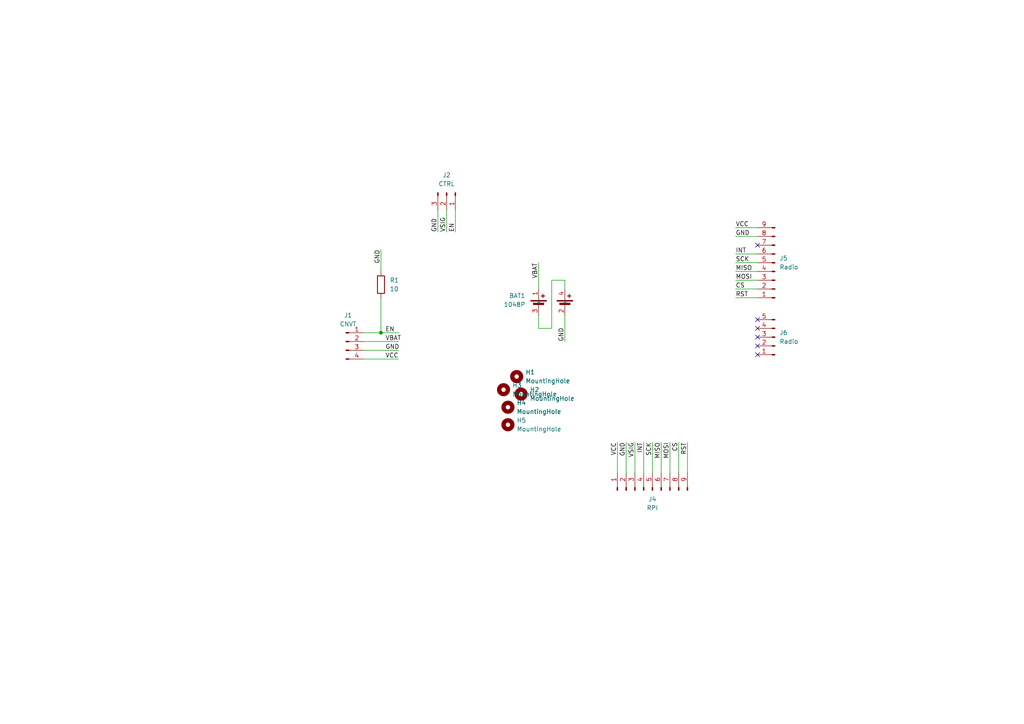
<source format=kicad_sch>
(kicad_sch (version 20231120) (generator "eeschema") (generator_version "8.0")
  (paper "A4")
  (lib_symbols
    (symbol "Avionics:1048P"
      (property "Reference" "BAT" (at 0 0 0))
      (property "Value" "1048P" (at 0 3.81 0))
      (symbol "1048P_0_1"
        (rectangle (start -6.096 0.508) (end -1.524 0.254) (fill (type outline)))
        (rectangle (start -5.334 -0.254) (end -2.286 -0.762) (fill (type outline)))
        (polyline (pts (xy -3.81 -0.508) (xy -3.81 -1.27)))
        (polyline (pts (xy -3.81 0.508) (xy -3.81 1.27)))
        (polyline (pts (xy -3.048 1.778) (xy -2.032 1.778)) (stroke (width 0.254)))
        (polyline (pts (xy -2.54 2.286) (xy -2.54 1.27)) (stroke (width 0.254)))
        (polyline (pts (xy 3.81 -0.508) (xy 3.81 -1.27)))
        (polyline (pts (xy 3.81 0.508) (xy 3.81 1.27)))
        (polyline (pts (xy 4.572 1.778) (xy 5.588 1.778)) (stroke (width 0.254)))
        (polyline (pts (xy 5.08 2.286) (xy 5.08 1.27)) (stroke (width 0.254)))
        (rectangle (start 1.524 0.508) (end 6.096 0.254) (fill (type outline)))
        (rectangle (start 2.286 -0.254) (end 5.334 -0.762) (fill (type outline)))
      )
      (symbol "1048P_1_1"
        (pin passive line (at -3.81 3.81 270) (length 2.54) (name "+") (number "1"))
        (pin passive line (at 3.81 -3.81 90) (length 2.54) (name "-") (number "2"))
        (pin passive line (at -3.81 -3.81 90) (length 2.54) (name "-") (number "3"))
        (pin passive line (at 3.81 3.81 270) (length 2.54) (name "+") (number "4"))
      )
    )
    (symbol "Connector:Conn_01x03_Pin" (pin_names (offset 1.016) hide)
      (property "Reference" "J" (at 0 5.08 0))
      (property "Value" "Conn_01x03_Pin" (at 0 -5.08 0))
      (symbol "Conn_01x03_Pin_1_1"
        (polyline (pts (xy 1.27 -2.54) (xy 0.8636 -2.54)) (stroke (width 0.1524)))
        (polyline (pts (xy 1.27 0) (xy 0.8636 0)) (stroke (width 0.1524)))
        (polyline (pts (xy 1.27 2.54) (xy 0.8636 2.54)) (stroke (width 0.1524)))
        (rectangle (start 0.8636 -2.413) (end 0 -2.667) (stroke (width 0.1524)) (fill (type outline)))
        (rectangle (start 0.8636 0.127) (end 0 -0.127) (stroke (width 0.1524)) (fill (type outline)))
        (rectangle (start 0.8636 2.667) (end 0 2.413) (stroke (width 0.1524)) (fill (type outline)))
        (pin passive line (at 5.08 2.54 180) (length 3.81) (name "Pin_1") (number "1"))
        (pin passive line (at 5.08 0 180) (length 3.81) (name "Pin_2") (number "2"))
        (pin passive line (at 5.08 -2.54 180) (length 3.81) (name "Pin_3") (number "3"))
      )
    )
    (symbol "Connector:Conn_01x04_Pin" (pin_names (offset 1.016) hide)
      (property "Reference" "J" (at 0 5.08 0))
      (property "Value" "Conn_01x04_Pin" (at 0 -7.62 0))
      (symbol "Conn_01x04_Pin_1_1"
        (polyline (pts (xy 1.27 -5.08) (xy 0.8636 -5.08)) (stroke (width 0.1524)))
        (polyline (pts (xy 1.27 -2.54) (xy 0.8636 -2.54)) (stroke (width 0.1524)))
        (polyline (pts (xy 1.27 0) (xy 0.8636 0)) (stroke (width 0.1524)))
        (polyline (pts (xy 1.27 2.54) (xy 0.8636 2.54)) (stroke (width 0.1524)))
        (rectangle (start 0.8636 -4.953) (end 0 -5.207) (stroke (width 0.1524)) (fill (type outline)))
        (rectangle (start 0.8636 -2.413) (end 0 -2.667) (stroke (width 0.1524)) (fill (type outline)))
        (rectangle (start 0.8636 0.127) (end 0 -0.127) (stroke (width 0.1524)) (fill (type outline)))
        (rectangle (start 0.8636 2.667) (end 0 2.413) (stroke (width 0.1524)) (fill (type outline)))
        (pin passive line (at 5.08 2.54 180) (length 3.81) (name "Pin_1") (number "1"))
        (pin passive line (at 5.08 0 180) (length 3.81) (name "Pin_2") (number "2"))
        (pin passive line (at 5.08 -2.54 180) (length 3.81) (name "Pin_3") (number "3"))
        (pin passive line (at 5.08 -5.08 180) (length 3.81) (name "Pin_4") (number "4"))
      )
    )
    (symbol "Connector:Conn_01x05_Pin" (pin_names (offset 1.016) hide)
      (property "Reference" "J" (at 0 7.62 0))
      (property "Value" "Conn_01x05_Pin" (at 0 -7.62 0))
      (symbol "Conn_01x05_Pin_1_1"
        (polyline (pts (xy 1.27 -5.08) (xy 0.8636 -5.08)) (stroke (width 0.1524)))
        (polyline (pts (xy 1.27 -2.54) (xy 0.8636 -2.54)) (stroke (width 0.1524)))
        (polyline (pts (xy 1.27 0) (xy 0.8636 0)) (stroke (width 0.1524)))
        (polyline (pts (xy 1.27 2.54) (xy 0.8636 2.54)) (stroke (width 0.1524)))
        (polyline (pts (xy 1.27 5.08) (xy 0.8636 5.08)) (stroke (width 0.1524)))
        (rectangle (start 0.8636 -4.953) (end 0 -5.207) (stroke (width 0.1524)) (fill (type outline)))
        (rectangle (start 0.8636 -2.413) (end 0 -2.667) (stroke (width 0.1524)) (fill (type outline)))
        (rectangle (start 0.8636 0.127) (end 0 -0.127) (stroke (width 0.1524)) (fill (type outline)))
        (rectangle (start 0.8636 2.667) (end 0 2.413) (stroke (width 0.1524)) (fill (type outline)))
        (rectangle (start 0.8636 5.207) (end 0 4.953) (stroke (width 0.1524)) (fill (type outline)))
        (pin passive line (at 5.08 5.08 180) (length 3.81) (name "Pin_1") (number "1"))
        (pin passive line (at 5.08 2.54 180) (length 3.81) (name "Pin_2") (number "2"))
        (pin passive line (at 5.08 0 180) (length 3.81) (name "Pin_3") (number "3"))
        (pin passive line (at 5.08 -2.54 180) (length 3.81) (name "Pin_4") (number "4"))
        (pin passive line (at 5.08 -5.08 180) (length 3.81) (name "Pin_5") (number "5"))
      )
    )
    (symbol "Connector:Conn_01x09_Pin" (pin_names (offset 1.016) hide)
      (property "Reference" "J" (at 0 12.7 0))
      (property "Value" "Conn_01x09_Pin" (at 0 -12.7 0))
      (symbol "Conn_01x09_Pin_1_1"
        (polyline (pts (xy 1.27 -10.16) (xy 0.8636 -10.16)) (stroke (width 0.1524)))
        (polyline (pts (xy 1.27 -7.62) (xy 0.8636 -7.62)) (stroke (width 0.1524)))
        (polyline (pts (xy 1.27 -5.08) (xy 0.8636 -5.08)) (stroke (width 0.1524)))
        (polyline (pts (xy 1.27 -2.54) (xy 0.8636 -2.54)) (stroke (width 0.1524)))
        (polyline (pts (xy 1.27 0) (xy 0.8636 0)) (stroke (width 0.1524)))
        (polyline (pts (xy 1.27 2.54) (xy 0.8636 2.54)) (stroke (width 0.1524)))
        (polyline (pts (xy 1.27 5.08) (xy 0.8636 5.08)) (stroke (width 0.1524)))
        (polyline (pts (xy 1.27 7.62) (xy 0.8636 7.62)) (stroke (width 0.1524)))
        (polyline (pts (xy 1.27 10.16) (xy 0.8636 10.16)) (stroke (width 0.1524)))
        (rectangle (start 0.8636 -10.033) (end 0 -10.287) (stroke (width 0.1524)) (fill (type outline)))
        (rectangle (start 0.8636 -7.493) (end 0 -7.747) (stroke (width 0.1524)) (fill (type outline)))
        (rectangle (start 0.8636 -4.953) (end 0 -5.207) (stroke (width 0.1524)) (fill (type outline)))
        (rectangle (start 0.8636 -2.413) (end 0 -2.667) (stroke (width 0.1524)) (fill (type outline)))
        (rectangle (start 0.8636 0.127) (end 0 -0.127) (stroke (width 0.1524)) (fill (type outline)))
        (rectangle (start 0.8636 2.667) (end 0 2.413) (stroke (width 0.1524)) (fill (type outline)))
        (rectangle (start 0.8636 5.207) (end 0 4.953) (stroke (width 0.1524)) (fill (type outline)))
        (rectangle (start 0.8636 7.747) (end 0 7.493) (stroke (width 0.1524)) (fill (type outline)))
        (rectangle (start 0.8636 10.287) (end 0 10.033) (stroke (width 0.1524)) (fill (type outline)))
        (pin passive line (at 5.08 10.16 180) (length 3.81) (name "Pin_1") (number "1"))
        (pin passive line (at 5.08 7.62 180) (length 3.81) (name "Pin_2") (number "2"))
        (pin passive line (at 5.08 5.08 180) (length 3.81) (name "Pin_3") (number "3"))
        (pin passive line (at 5.08 2.54 180) (length 3.81) (name "Pin_4") (number "4"))
        (pin passive line (at 5.08 0 180) (length 3.81) (name "Pin_5") (number "5"))
        (pin passive line (at 5.08 -2.54 180) (length 3.81) (name "Pin_6") (number "6"))
        (pin passive line (at 5.08 -5.08 180) (length 3.81) (name "Pin_7") (number "7"))
        (pin passive line (at 5.08 -7.62 180) (length 3.81) (name "Pin_8") (number "8"))
        (pin passive line (at 5.08 -10.16 180) (length 3.81) (name "Pin_9") (number "9"))
      )
    )
    (symbol "Device:R" (pin_numbers hide) (pin_names (offset 0))
      (property "Reference" "R" (at 2.032 0 90))
      (property "Value" "R" (at 0 0 90))
      (symbol "R_0_1"
        (rectangle (start -1.016 -2.54) (end 1.016 2.54) (stroke (width 0.254)))
      )
      (symbol "R_1_1"
        (pin passive line (at 0 3.81 270) (length 1.27) (name "~") (number "1"))
        (pin passive line (at 0 -3.81 90) (length 1.27) (name "~") (number "2"))
      )
    )
    (symbol "Mechanical:MountingHole" (pin_names (offset 1.016))
      (property "Reference" "H" (at 0 5.08 0))
      (property "Value" "MountingHole" (at 0 3.175 0))
      (symbol "MountingHole_0_1"
        (circle (center 0 0) (radius 1.27) (stroke (width 1.27)))
      )
    )
  )
  (junction (at 110.49 96.52))
  (no_connect (at 219.71 102.87))
  (no_connect (at 219.71 71.12))
  (no_connect (at 219.71 100.33))
  (no_connect (at 219.71 95.25))
  (no_connect (at 219.71 92.71))
  (no_connect (at 219.71 97.79))
  (wire (pts (xy 184.15 128.27) (xy 184.15 137.16)))
  (wire (pts (xy 129.54 60.96) (xy 129.54 67.31)))
  (wire (pts (xy 191.77 128.27) (xy 191.77 137.16)))
  (wire (pts (xy 194.31 128.27) (xy 194.31 137.16)))
  (wire (pts (xy 105.41 104.14) (xy 115.57 104.14)))
  (wire (pts (xy 213.36 83.82) (xy 219.71 83.82)))
  (wire (pts (xy 213.36 76.2) (xy 219.71 76.2)))
  (wire (pts (xy 156.21 95.25) (xy 156.21 91.44)))
  (wire (pts (xy 196.85 128.27) (xy 196.85 137.16)))
  (wire (pts (xy 105.41 101.6) (xy 115.57 101.6)))
  (wire (pts (xy 189.23 128.27) (xy 189.23 137.16)))
  (wire (pts (xy 213.36 73.66) (xy 219.71 73.66)))
  (wire (pts (xy 110.49 86.36) (xy 110.49 96.52)))
  (wire (pts (xy 213.36 66.04) (xy 219.71 66.04)))
  (wire (pts (xy 132.08 60.96) (xy 132.08 67.31)))
  (wire (pts (xy 186.69 128.27) (xy 186.69 137.16)))
  (wire (pts (xy 213.36 68.58) (xy 219.71 68.58)))
  (wire (pts (xy 105.41 99.06) (xy 115.57 99.06)))
  (wire (pts (xy 110.49 72.39) (xy 110.49 78.74)))
  (wire (pts (xy 163.83 91.44) (xy 163.83 99.06)))
  (wire (pts (xy 163.83 81.28) (xy 160.02 81.28)))
  (wire (pts (xy 105.41 96.52) (xy 110.49 96.52)))
  (wire (pts (xy 156.21 76.2) (xy 156.21 83.82)))
  (wire (pts (xy 163.83 83.82) (xy 163.83 81.28)))
  (wire (pts (xy 179.07 128.27) (xy 179.07 137.16)))
  (wire (pts (xy 213.36 81.28) (xy 219.71 81.28)))
  (wire (pts (xy 213.36 86.36) (xy 219.71 86.36)))
  (wire (pts (xy 181.61 128.27) (xy 181.61 137.16)))
  (wire (pts (xy 127 60.96) (xy 127 67.31)))
  (wire (pts (xy 199.39 128.27) (xy 199.39 137.16)))
  (wire (pts (xy 160.02 95.25) (xy 156.21 95.25)))
  (wire (pts (xy 213.36 78.74) (xy 219.71 78.74)))
  (wire (pts (xy 110.49 96.52) (xy 115.57 96.52)))
  (wire (pts (xy 160.02 81.28) (xy 160.02 95.25)))
  (label "RST" (at 199.39 128.27 270))
  (label "GND" (at 181.61 128.27 270))
  (label "INT" (at 213.36 73.66 0))
  (label "CS" (at 196.85 128.27 270))
  (label "SCK" (at 189.23 128.27 270))
  (label "EN" (at 111.76 96.52 0))
  (label "GND" (at 163.83 99.06 90))
  (label "GND" (at 110.49 72.39 270))
  (label "RST" (at 213.36 86.36 0))
  (label "MISO" (at 213.36 78.74 0))
  (label "INT" (at 186.69 128.27 270))
  (label "VCC" (at 213.36 66.04 0))
  (label "GND" (at 213.36 68.58 0))
  (label "GND" (at 127 67.31 90))
  (label "VBAT" (at 111.76 99.06 0))
  (label "MOSI" (at 213.36 81.28 0))
  (label "VCC" (at 111.76 104.14 0))
  (label "SCK" (at 213.36 76.2 0))
  (label "VSIG" (at 184.15 128.27 270))
  (label "MISO" (at 191.77 128.27 270))
  (label "EN" (at 132.08 67.31 90))
  (label "GND" (at 111.76 101.6 0))
  (label "VBAT" (at 156.21 76.2 270))
  (label "CS" (at 213.36 83.82 0))
  (label "VSIG" (at 129.54 67.31 90))
  (label "VCC" (at 179.07 128.27 270))
  (label "MOSI" (at 194.31 128.27 270))
  (symbol (lib_id "Mechanical:MountingHole") (at 147.32 123.19 0) (unit 1)
    (property "Reference" "H5" (at 149.86 121.92 0) (effects (justify left)))
    (property "Value" "MountingHole" (at 149.86 124.46 0) (effects (justify left)))
    (property "Footprint" "MountingHole:MountingHole_2.2mm_M2" (effects (hide yes)))
  )
  (symbol (lib_id "Connector:Conn_01x09_Pin") (at 189.23 142.24 90) (unit 1)
    (property "Reference" "J4" (at 189.23 144.78 90))
    (property "Value" "RPI" (at 189.23 147.32 90))
    (property "Footprint" "Connector_PinHeader_2.54mm:PinHeader_1x09_P2.54mm_Horizontal" (effects (hide yes)))
  )
  (symbol (lib_id "Connector:Conn_01x04_Pin") (at 100.33 99.06 0) (unit 1)
    (property "Reference" "J1" (at 100.965 91.44 0))
    (property "Value" "CNVT" (at 100.965 93.98 0))
    (property "Footprint" "Connector_PinHeader_2.54mm:PinHeader_1x04_P2.54mm_Vertical" (effects (hide yes)))
  )
  (symbol (lib_id "Connector:Conn_01x05_Pin") (at 224.79 97.79 180) (unit 1)
    (property "Reference" "J6" (at 226.06 96.52 0) (effects (justify right)))
    (property "Value" "Radio" (at 226.06 99.06 0) (effects (justify right)))
    (property "Footprint" "Connector_PinSocket_2.54mm:PinSocket_1x05_P2.54mm_Vertical" (effects (hide yes)))
  )
  (symbol (lib_id "Mechanical:MountingHole") (at 149.86 109.22 0) (unit 1)
    (property "Reference" "H1" (at 152.4 107.95 0) (effects (justify left)))
    (property "Value" "MountingHole" (at 152.4 110.49 0) (effects (justify left)))
    (property "Footprint" "MountingHole:MountingHole_2.2mm_M2" (effects (hide yes)))
  )
  (symbol (lib_id "Mechanical:MountingHole") (at 146.05 113.03 0) (unit 1)
    (property "Reference" "H3" (at 148.59 111.76 0) (effects (justify left)))
    (property "Value" "MountingHole" (at 148.59 114.3 0) (effects (justify left)))
    (property "Footprint" "MountingHole:MountingHole_2.2mm_M2" (effects (hide yes)))
  )
  (symbol (lib_id "Connector:Conn_01x03_Pin") (at 129.54 55.88 270) (unit 1)
    (property "Reference" "J2" (at 129.54 50.8 90))
    (property "Value" "CTRL" (at 129.54 53.34 90))
    (property "Footprint" "Connector_JST:JST_XH_B3B-XH-A_1x03_P2.50mm_Vertical" (effects (hide yes)))
  )
  (symbol (lib_id "Connector:Conn_01x09_Pin") (at 224.79 76.2 180) (unit 1)
    (property "Reference" "J5" (at 226.06 74.93 0) (effects (justify right)))
    (property "Value" "Radio" (at 226.06 77.47 0) (effects (justify right)))
    (property "Footprint" "Connector_PinSocket_2.54mm:PinSocket_1x09_P2.54mm_Vertical" (effects (hide yes)))
  )
  (symbol (lib_id "Mechanical:MountingHole") (at 151.13 114.3 0) (unit 1)
    (property "Reference" "H2" (at 153.67 113.03 0) (effects (justify left)))
    (property "Value" "MountingHole" (at 153.67 115.57 0) (effects (justify left)))
    (property "Footprint" "MountingHole:MountingHole_2.2mm_M2" (effects (hide yes)))
  )
  (symbol (lib_id "Avionics:1048P") (at 160.02 87.63 0) (unit 1)
    (property "Reference" "BAT1" (at 152.4 85.7885 0) (effects (justify right)))
    (property "Value" "1048P" (at 152.4 88.3285 0) (effects (justify right)))
    (property "Footprint" "Avionics:1048P_KEY" (effects (hide yes)))
  )
  (symbol (lib_id "Mechanical:MountingHole") (at 147.32 118.11 0) (unit 1)
    (property "Reference" "H4" (at 149.86 116.84 0) (effects (justify left)))
    (property "Value" "MountingHole" (at 149.86 119.38 0) (effects (justify left)))
    (property "Footprint" "MountingHole:MountingHole_2.2mm_M2" (effects (hide yes)))
  )
  (symbol (lib_id "Device:R") (at 110.49 82.55 0) (unit 1)
    (property "Reference" "R1" (at 113.03 81.28 0) (effects (justify left)))
    (property "Value" "10" (at 113.03 83.82 0) (effects (justify left)))
    (property "Footprint" "Resistor_SMD:R_0805_2012Metric" (effects (hide yes)))
  )
)
</source>
